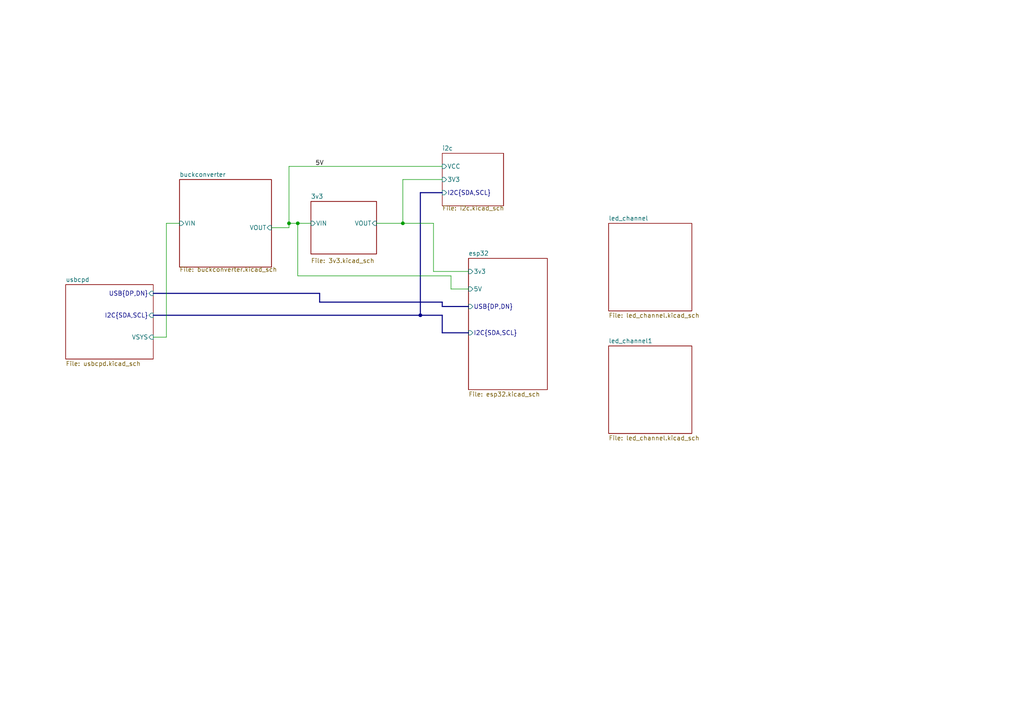
<source format=kicad_sch>
(kicad_sch
	(version 20250114)
	(generator "eeschema")
	(generator_version "9.0")
	(uuid "48ddfdd8-68fa-4e63-aa18-bc113cdf8cfa")
	(paper "A4")
	(lib_symbols)
	(junction
		(at 121.92 91.44)
		(diameter 0)
		(color 0 0 0 0)
		(uuid "2853b145-429b-4280-a661-bae51bcaeafb")
	)
	(junction
		(at 86.36 64.77)
		(diameter 0)
		(color 0 0 0 0)
		(uuid "838e1703-0abf-42b8-b090-99ca48cff50d")
	)
	(junction
		(at 83.82 64.77)
		(diameter 0)
		(color 0 0 0 0)
		(uuid "8a6c3ca8-cc8b-49f7-8be6-0344c592d348")
	)
	(junction
		(at 116.84 64.77)
		(diameter 0)
		(color 0 0 0 0)
		(uuid "8ff2ede1-64e5-4847-8abb-6228cd98d7a7")
	)
	(wire
		(pts
			(xy 83.82 48.26) (xy 83.82 64.77)
		)
		(stroke
			(width 0)
			(type default)
		)
		(uuid "01db4505-32e0-4801-9248-d2a2f90c5448")
	)
	(wire
		(pts
			(xy 116.84 64.77) (xy 125.73 64.77)
		)
		(stroke
			(width 0)
			(type default)
		)
		(uuid "023abd49-9ec7-44f8-bd98-95a7bf13095f")
	)
	(wire
		(pts
			(xy 130.81 83.82) (xy 130.81 80.01)
		)
		(stroke
			(width 0)
			(type default)
		)
		(uuid "03831887-9b58-4eae-b00b-9bb5fa71c239")
	)
	(bus
		(pts
			(xy 128.27 87.63) (xy 128.27 88.9)
		)
		(stroke
			(width 0)
			(type default)
		)
		(uuid "03ad6dc4-944c-40f6-8e89-bcbb8b931142")
	)
	(wire
		(pts
			(xy 78.74 66.04) (xy 83.82 66.04)
		)
		(stroke
			(width 0)
			(type default)
		)
		(uuid "056cadb1-223e-423f-b59c-d3f8c4c8f078")
	)
	(wire
		(pts
			(xy 135.89 83.82) (xy 130.81 83.82)
		)
		(stroke
			(width 0)
			(type default)
		)
		(uuid "18d47f17-38a1-454d-b8ce-cae399c0107e")
	)
	(bus
		(pts
			(xy 121.92 55.88) (xy 121.92 91.44)
		)
		(stroke
			(width 0)
			(type default)
		)
		(uuid "223bde3e-9350-4127-80a7-afdb3c16540d")
	)
	(wire
		(pts
			(xy 116.84 52.07) (xy 116.84 64.77)
		)
		(stroke
			(width 0)
			(type default)
		)
		(uuid "2685a0a1-1236-4727-af57-a52b2ab18258")
	)
	(bus
		(pts
			(xy 135.89 96.52) (xy 128.27 96.52)
		)
		(stroke
			(width 0)
			(type default)
		)
		(uuid "2d35d60f-9c7a-406b-9f1e-8c1b2b543d3d")
	)
	(bus
		(pts
			(xy 121.92 91.44) (xy 128.27 91.44)
		)
		(stroke
			(width 0)
			(type default)
		)
		(uuid "331b2f3b-d7b6-449f-99e2-c19a99ff7020")
	)
	(bus
		(pts
			(xy 128.27 91.44) (xy 128.27 96.52)
		)
		(stroke
			(width 0)
			(type default)
		)
		(uuid "38d1c0ea-6a82-4083-a004-5d423f3ae57f")
	)
	(bus
		(pts
			(xy 128.27 88.9) (xy 135.89 88.9)
		)
		(stroke
			(width 0)
			(type default)
		)
		(uuid "3d5b7dc9-4450-43c6-aa5d-94738db7ed17")
	)
	(bus
		(pts
			(xy 44.45 91.44) (xy 121.92 91.44)
		)
		(stroke
			(width 0)
			(type default)
		)
		(uuid "4355abfb-cd5f-469f-9f08-21d35a1913b8")
	)
	(bus
		(pts
			(xy 44.45 85.09) (xy 92.71 85.09)
		)
		(stroke
			(width 0)
			(type default)
		)
		(uuid "50a30e9e-4f8c-4aec-a43c-002b7aae0df4")
	)
	(wire
		(pts
			(xy 83.82 48.26) (xy 128.27 48.26)
		)
		(stroke
			(width 0)
			(type default)
		)
		(uuid "5e5e4117-ae1b-465b-bb70-11e81d011ad5")
	)
	(wire
		(pts
			(xy 83.82 66.04) (xy 83.82 64.77)
		)
		(stroke
			(width 0)
			(type default)
		)
		(uuid "79a6fcfd-de04-4377-a8c1-709bb77b14be")
	)
	(wire
		(pts
			(xy 130.81 80.01) (xy 86.36 80.01)
		)
		(stroke
			(width 0)
			(type default)
		)
		(uuid "8fdc8a76-30cc-430a-aed5-93fba3ee82cc")
	)
	(bus
		(pts
			(xy 92.71 87.63) (xy 128.27 87.63)
		)
		(stroke
			(width 0)
			(type default)
		)
		(uuid "99a47f9e-e937-4e91-9efa-37d0afab8e33")
	)
	(bus
		(pts
			(xy 92.71 85.09) (xy 92.71 87.63)
		)
		(stroke
			(width 0)
			(type default)
		)
		(uuid "9c4fad2e-87bb-4ea8-9576-4a8d59125934")
	)
	(wire
		(pts
			(xy 83.82 64.77) (xy 86.36 64.77)
		)
		(stroke
			(width 0)
			(type default)
		)
		(uuid "abd110cb-c7d3-4a4c-bf6c-ec20ae2e06cf")
	)
	(wire
		(pts
			(xy 86.36 80.01) (xy 86.36 64.77)
		)
		(stroke
			(width 0)
			(type default)
		)
		(uuid "b93eaac8-ae6c-4944-a080-a2080f860dd9")
	)
	(wire
		(pts
			(xy 52.07 64.77) (xy 48.26 64.77)
		)
		(stroke
			(width 0)
			(type default)
		)
		(uuid "c5a2f645-09af-435c-b219-1970ff66d874")
	)
	(wire
		(pts
			(xy 109.22 64.77) (xy 116.84 64.77)
		)
		(stroke
			(width 0)
			(type default)
		)
		(uuid "c6b986f3-3ac0-47d0-bf53-c0ce60cbd70c")
	)
	(bus
		(pts
			(xy 128.27 55.88) (xy 121.92 55.88)
		)
		(stroke
			(width 0)
			(type default)
		)
		(uuid "ca207053-e1cf-44f4-95f5-f447e3fbbb88")
	)
	(wire
		(pts
			(xy 128.27 52.07) (xy 116.84 52.07)
		)
		(stroke
			(width 0)
			(type default)
		)
		(uuid "cb9374d0-890e-4bfc-b35d-238a43e5a2fc")
	)
	(wire
		(pts
			(xy 48.26 64.77) (xy 48.26 97.79)
		)
		(stroke
			(width 0)
			(type default)
		)
		(uuid "d1fd8dd8-cf76-4e80-bd98-3a44bb09aa54")
	)
	(wire
		(pts
			(xy 86.36 64.77) (xy 90.17 64.77)
		)
		(stroke
			(width 0)
			(type default)
		)
		(uuid "dce35d92-b85b-4629-908c-b719bd202437")
	)
	(wire
		(pts
			(xy 125.73 64.77) (xy 125.73 78.74)
		)
		(stroke
			(width 0)
			(type default)
		)
		(uuid "e6d884de-6a40-4ac5-9a30-9aa8a6ce7758")
	)
	(wire
		(pts
			(xy 44.45 97.79) (xy 48.26 97.79)
		)
		(stroke
			(width 0)
			(type default)
		)
		(uuid "f4cfe4a5-3ba2-4ff0-ac5b-12a59dc2c382")
	)
	(wire
		(pts
			(xy 125.73 78.74) (xy 135.89 78.74)
		)
		(stroke
			(width 0)
			(type default)
		)
		(uuid "f8239104-c713-4f52-8b63-ee1d24b7ba5f")
	)
	(label "5V"
		(at 91.44 48.26 0)
		(effects
			(font
				(size 1.27 1.27)
			)
			(justify left bottom)
		)
		(uuid "04bf00f7-056b-45b0-861d-57aa40ebbcbc")
	)
	(sheet
		(at 176.53 100.33)
		(size 24.13 25.4)
		(exclude_from_sim no)
		(in_bom yes)
		(on_board yes)
		(dnp no)
		(fields_autoplaced yes)
		(stroke
			(width 0.1524)
			(type solid)
		)
		(fill
			(color 0 0 0 0.0000)
		)
		(uuid "1f2b9b33-e6fe-4f64-b080-f2e78eab70c6")
		(property "Sheetname" "led_channel1"
			(at 176.53 99.6184 0)
			(effects
				(font
					(size 1.27 1.27)
				)
				(justify left bottom)
			)
		)
		(property "Sheetfile" "led_channel.kicad_sch"
			(at 176.53 126.3146 0)
			(effects
				(font
					(size 1.27 1.27)
				)
				(justify left top)
			)
		)
		(instances
			(project "leds"
				(path "/48ddfdd8-68fa-4e63-aa18-bc113cdf8cfa"
					(page "5")
				)
			)
		)
	)
	(sheet
		(at 128.27 44.45)
		(size 17.78 15.24)
		(exclude_from_sim no)
		(in_bom yes)
		(on_board yes)
		(dnp no)
		(fields_autoplaced yes)
		(stroke
			(width 0.1524)
			(type solid)
		)
		(fill
			(color 0 0 0 0.0000)
		)
		(uuid "35a4a023-801a-4ad8-aaa9-651a71e86f56")
		(property "Sheetname" "i2c"
			(at 128.27 43.7384 0)
			(effects
				(font
					(size 1.27 1.27)
				)
				(justify left bottom)
			)
		)
		(property "Sheetfile" "i2c.kicad_sch"
			(at 128.27 59.6396 0)
			(effects
				(font
					(size 1.27 1.27)
				)
				(justify left top)
			)
		)
		(pin "3V3" input
			(at 128.27 52.07 180)
			(uuid "f2d23d7c-dc73-4f4c-8169-98583300c476")
			(effects
				(font
					(size 1.27 1.27)
				)
				(justify left)
			)
		)
		(pin "VCC" input
			(at 128.27 48.26 180)
			(uuid "2c6cf423-c7cb-42ee-a932-ac95711cb0c2")
			(effects
				(font
					(size 1.27 1.27)
				)
				(justify left)
			)
		)
		(pin "I2C{SDA,SCL}" input
			(at 128.27 55.88 180)
			(uuid "4a69b14f-066b-4d59-95ac-bb009bbb021b")
			(effects
				(font
					(size 1.27 1.27)
				)
				(justify left)
			)
		)
		(instances
			(project "leds"
				(path "/48ddfdd8-68fa-4e63-aa18-bc113cdf8cfa"
					(page "7")
				)
			)
		)
	)
	(sheet
		(at 19.05 82.55)
		(size 25.4 21.59)
		(exclude_from_sim no)
		(in_bom yes)
		(on_board yes)
		(dnp no)
		(fields_autoplaced yes)
		(stroke
			(width 0.1524)
			(type solid)
		)
		(fill
			(color 0 0 0 0.0000)
		)
		(uuid "60655049-fbf3-4dfc-8be5-e92116ff6bf0")
		(property "Sheetname" "usbcpd"
			(at 19.05 81.8384 0)
			(effects
				(font
					(size 1.27 1.27)
				)
				(justify left bottom)
			)
		)
		(property "Sheetfile" "usbcpd.kicad_sch"
			(at 19.05 104.7246 0)
			(effects
				(font
					(size 1.27 1.27)
				)
				(justify left top)
			)
		)
		(pin "VSYS" input
			(at 44.45 97.79 0)
			(uuid "c00caa7a-72bc-45cd-b07f-4e2e3fb6ce26")
			(effects
				(font
					(size 1.27 1.27)
				)
				(justify right)
			)
		)
		(pin "I2C{SDA,SCL}" input
			(at 44.45 91.44 0)
			(uuid "dfcccb3a-90b0-43af-ac11-3454a37b9e7e")
			(effects
				(font
					(size 1.27 1.27)
				)
				(justify right)
			)
		)
		(pin "USB{DP,DN}" input
			(at 44.45 85.09 0)
			(uuid "cd80a2f1-92a5-496f-aaa9-7402454248bc")
			(effects
				(font
					(size 1.27 1.27)
				)
				(justify right)
			)
		)
		(instances
			(project "leds"
				(path "/48ddfdd8-68fa-4e63-aa18-bc113cdf8cfa"
					(page "3")
				)
			)
		)
	)
	(sheet
		(at 135.89 74.93)
		(size 22.86 38.1)
		(exclude_from_sim no)
		(in_bom yes)
		(on_board yes)
		(dnp no)
		(fields_autoplaced yes)
		(stroke
			(width 0.1524)
			(type solid)
		)
		(fill
			(color 0 0 0 0.0000)
		)
		(uuid "971439fe-c8ce-4450-821c-537e8691d398")
		(property "Sheetname" "esp32"
			(at 135.89 74.2184 0)
			(effects
				(font
					(size 1.27 1.27)
				)
				(justify left bottom)
			)
		)
		(property "Sheetfile" "esp32.kicad_sch"
			(at 135.89 113.6146 0)
			(effects
				(font
					(size 1.27 1.27)
				)
				(justify left top)
			)
		)
		(pin "3v3" input
			(at 135.89 78.74 180)
			(uuid "a6a45dc1-0d0c-4aba-981b-f7d809480386")
			(effects
				(font
					(size 1.27 1.27)
				)
				(justify left)
			)
		)
		(pin "I2C{SDA,SCL}" input
			(at 135.89 96.52 180)
			(uuid "d708bc92-aacf-4c89-aae3-ca2df075a72c")
			(effects
				(font
					(size 1.27 1.27)
				)
				(justify left)
			)
		)
		(pin "5V" input
			(at 135.89 83.82 180)
			(uuid "c07077b3-3339-47a0-ba34-6b4110e11462")
			(effects
				(font
					(size 1.27 1.27)
				)
				(justify left)
			)
		)
		(pin "USB{DP,DN}" input
			(at 135.89 88.9 180)
			(uuid "515d0524-9977-4930-bf19-3256b5f208e1")
			(effects
				(font
					(size 1.27 1.27)
				)
				(justify left)
			)
		)
		(instances
			(project "leds"
				(path "/48ddfdd8-68fa-4e63-aa18-bc113cdf8cfa"
					(page "2")
				)
			)
		)
	)
	(sheet
		(at 52.07 52.07)
		(size 26.67 25.4)
		(exclude_from_sim no)
		(in_bom yes)
		(on_board yes)
		(dnp no)
		(fields_autoplaced yes)
		(stroke
			(width 0.1524)
			(type solid)
		)
		(fill
			(color 0 0 0 0.0000)
		)
		(uuid "aa9739d0-05d8-4c74-a4fd-846c263eed0b")
		(property "Sheetname" "buckconverter"
			(at 52.07 51.3584 0)
			(effects
				(font
					(size 1.27 1.27)
				)
				(justify left bottom)
			)
		)
		(property "Sheetfile" "buckconverter.kicad_sch"
			(at 52.07 77.4196 0)
			(effects
				(font
					(size 1.27 1.27)
				)
				(justify left top)
			)
		)
		(pin "VIN" input
			(at 52.07 64.77 180)
			(uuid "930f4030-57da-4afc-acaf-9d365a8b6e51")
			(effects
				(font
					(size 1.27 1.27)
				)
				(justify left)
			)
		)
		(pin "VOUT" input
			(at 78.74 66.04 0)
			(uuid "8ce6d441-b14b-4f04-8f38-ac6f36611354")
			(effects
				(font
					(size 1.27 1.27)
				)
				(justify right)
			)
		)
		(instances
			(project "leds"
				(path "/48ddfdd8-68fa-4e63-aa18-bc113cdf8cfa"
					(page "4")
				)
			)
		)
	)
	(sheet
		(at 176.53 64.77)
		(size 24.13 25.4)
		(exclude_from_sim no)
		(in_bom yes)
		(on_board yes)
		(dnp no)
		(fields_autoplaced yes)
		(stroke
			(width 0.1524)
			(type solid)
		)
		(fill
			(color 0 0 0 0.0000)
		)
		(uuid "f2bbebe1-7e19-419b-a0b6-59692ffc8a76")
		(property "Sheetname" "led_channel"
			(at 176.53 64.0584 0)
			(effects
				(font
					(size 1.27 1.27)
				)
				(justify left bottom)
			)
		)
		(property "Sheetfile" "led_channel.kicad_sch"
			(at 176.53 90.7546 0)
			(effects
				(font
					(size 1.27 1.27)
				)
				(justify left top)
			)
		)
		(instances
			(project "leds"
				(path "/48ddfdd8-68fa-4e63-aa18-bc113cdf8cfa"
					(page "7")
				)
			)
		)
	)
	(sheet
		(at 90.17 58.42)
		(size 19.05 15.24)
		(exclude_from_sim no)
		(in_bom yes)
		(on_board yes)
		(dnp no)
		(fields_autoplaced yes)
		(stroke
			(width 0.1524)
			(type solid)
		)
		(fill
			(color 0 0 0 0.0000)
		)
		(uuid "ff982210-6c86-422a-a66b-20bff67bd030")
		(property "Sheetname" "3v3"
			(at 90.17 57.7084 0)
			(effects
				(font
					(size 1.27 1.27)
				)
				(justify left bottom)
			)
		)
		(property "Sheetfile" "3v3.kicad_sch"
			(at 90.17 74.8796 0)
			(effects
				(font
					(size 1.27 1.27)
				)
				(justify left top)
			)
		)
		(pin "VIN" input
			(at 90.17 64.77 180)
			(uuid "d8285eda-bdbb-41fe-8e9d-34fad8530ea5")
			(effects
				(font
					(size 1.27 1.27)
				)
				(justify left)
			)
		)
		(pin "VOUT" input
			(at 109.22 64.77 0)
			(uuid "5a9dafb5-74a5-4c9b-93f4-24c0269c66ff")
			(effects
				(font
					(size 1.27 1.27)
				)
				(justify right)
			)
		)
		(instances
			(project "leds"
				(path "/48ddfdd8-68fa-4e63-aa18-bc113cdf8cfa"
					(page "7")
				)
			)
		)
	)
	(sheet_instances
		(path "/"
			(page "1")
		)
	)
	(embedded_fonts no)
)

</source>
